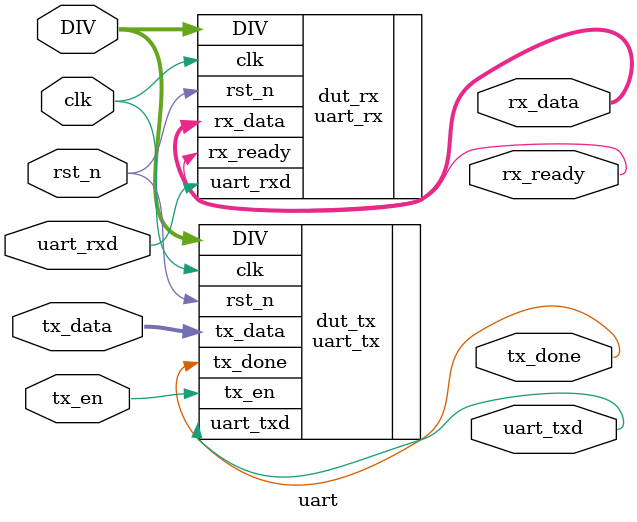
<source format=sv>
`include "uart_tx.sv"
`include "uart_rx.sv"

module uart(clk, rst_n, DIV, tx_en, tx_data, uart_txd, uart_rxd, rx_data, rx_ready, tx_done);
    input clk;
    input rst_n;
    input [7:0] DIV;
    input tx_en;
    input [7:0] tx_data;
    input uart_rxd;

    output uart_txd;
    output [7:0] rx_data;
    output rx_ready;
    output tx_done;

    // TX
    uart_tx dut_tx(
        .clk(clk),
        .rst_n(rst_n),
        .DIV(DIV),
        .tx_en(tx_en),
        .tx_data(tx_data),
        .uart_txd(uart_txd),
        .tx_done(tx_done)
    );

    // RX
    uart_rx dut_rx(
        .clk(clk),
        .rst_n(rst_n),
        .DIV(DIV),
        .uart_rxd(uart_rxd),
        .rx_data(rx_data),
        .rx_ready(rx_ready)
    );

endmodule
</source>
